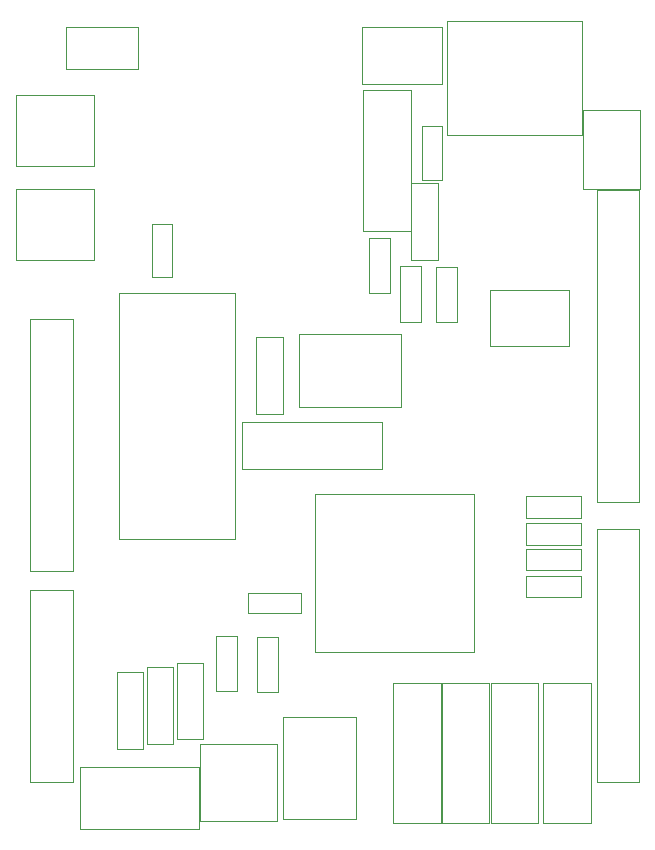
<source format=gbr>
G04 #@! TF.GenerationSoftware,KiCad,Pcbnew,(5.1.5)-3*
G04 #@! TF.CreationDate,2023-05-21T11:01:35-04:00*
G04 #@! TF.ProjectId,In_Board_Gnia,496e5f42-6f61-4726-945f-476e69612e6b,rev?*
G04 #@! TF.SameCoordinates,Original*
G04 #@! TF.FileFunction,Other,User*
%FSLAX46Y46*%
G04 Gerber Fmt 4.6, Leading zero omitted, Abs format (unit mm)*
G04 Created by KiCad (PCBNEW (5.1.5)-3) date 2023-05-21 11:01:35*
%MOMM*%
%LPD*%
G04 APERTURE LIST*
%ADD10C,0.050000*%
G04 APERTURE END LIST*
D10*
X78700000Y-97910000D02*
X78700000Y-119260000D01*
X78700000Y-119260000D02*
X82300000Y-119260000D01*
X82300000Y-119260000D02*
X82300000Y-97910000D01*
X82300000Y-97910000D02*
X78700000Y-97910000D01*
X77571900Y-69072500D02*
X77571900Y-62372500D01*
X77571900Y-69072500D02*
X82341900Y-69072500D01*
X82341900Y-62372500D02*
X77571900Y-62372500D01*
X82341900Y-62372500D02*
X82341900Y-69072500D01*
X58880000Y-55395000D02*
X65580000Y-55395000D01*
X58880000Y-55395000D02*
X58880000Y-60165000D01*
X65580000Y-60165000D02*
X65580000Y-55395000D01*
X65580000Y-60165000D02*
X58880000Y-60165000D01*
X69675000Y-77610000D02*
X76375000Y-77610000D01*
X69675000Y-77610000D02*
X69675000Y-82380000D01*
X76375000Y-82380000D02*
X76375000Y-77610000D01*
X76375000Y-82380000D02*
X69675000Y-82380000D01*
X49185000Y-103260000D02*
X53685000Y-103260000D01*
X49185000Y-103260000D02*
X49185000Y-105010000D01*
X53685000Y-105010000D02*
X53685000Y-103260000D01*
X53685000Y-105010000D02*
X49185000Y-105010000D01*
X42790000Y-72045000D02*
X42790000Y-76545000D01*
X42790000Y-72045000D02*
X41040000Y-72045000D01*
X41040000Y-76545000D02*
X42790000Y-76545000D01*
X41040000Y-76545000D02*
X41040000Y-72045000D01*
X72707000Y-101843000D02*
X77407000Y-101843000D01*
X72707000Y-101843000D02*
X72707000Y-103643000D01*
X77407000Y-103643000D02*
X77407000Y-101843000D01*
X77407000Y-103643000D02*
X72707000Y-103643000D01*
X72707000Y-99557000D02*
X77407000Y-99557000D01*
X72707000Y-99557000D02*
X72707000Y-101357000D01*
X77407000Y-101357000D02*
X77407000Y-99557000D01*
X77407000Y-101357000D02*
X72707000Y-101357000D01*
X72707000Y-97398000D02*
X77407000Y-97398000D01*
X72707000Y-97398000D02*
X72707000Y-99198000D01*
X77407000Y-99198000D02*
X77407000Y-97398000D01*
X77407000Y-99198000D02*
X72707000Y-99198000D01*
X72707000Y-95112000D02*
X77407000Y-95112000D01*
X72707000Y-95112000D02*
X72707000Y-96912000D01*
X77407000Y-96912000D02*
X77407000Y-95112000D01*
X77407000Y-96912000D02*
X72707000Y-96912000D01*
X45106600Y-116104600D02*
X45106600Y-122604600D01*
X45106600Y-122604600D02*
X51606600Y-122604600D01*
X51606600Y-122604600D02*
X51606600Y-116104600D01*
X51606600Y-116104600D02*
X45106600Y-116104600D01*
X65089200Y-80378800D02*
X65089200Y-75678800D01*
X65089200Y-80378800D02*
X66889200Y-80378800D01*
X66889200Y-75678800D02*
X65089200Y-75678800D01*
X66889200Y-75678800D02*
X66889200Y-80378800D01*
X62041200Y-80328000D02*
X62041200Y-75628000D01*
X62041200Y-80328000D02*
X63841200Y-80328000D01*
X63841200Y-75628000D02*
X62041200Y-75628000D01*
X63841200Y-75628000D02*
X63841200Y-80328000D01*
X51725400Y-106997000D02*
X51725400Y-111697000D01*
X51725400Y-106997000D02*
X49925400Y-106997000D01*
X49925400Y-111697000D02*
X51725400Y-111697000D01*
X49925400Y-111697000D02*
X49925400Y-106997000D01*
X48245600Y-106920800D02*
X48245600Y-111620800D01*
X48245600Y-106920800D02*
X46445600Y-106920800D01*
X46445600Y-111620800D02*
X48245600Y-111620800D01*
X46445600Y-111620800D02*
X46445600Y-106920800D01*
X59425000Y-77915000D02*
X59425000Y-73215000D01*
X59425000Y-77915000D02*
X61225000Y-77915000D01*
X61225000Y-73215000D02*
X59425000Y-73215000D01*
X61225000Y-73215000D02*
X61225000Y-77915000D01*
X78700000Y-69140000D02*
X78700000Y-95590000D01*
X78700000Y-95590000D02*
X82300000Y-95590000D01*
X82300000Y-95590000D02*
X82300000Y-69140000D01*
X82300000Y-69140000D02*
X78700000Y-69140000D01*
X30740000Y-80110000D02*
X30740000Y-101460000D01*
X30740000Y-101460000D02*
X34340000Y-101460000D01*
X34340000Y-101460000D02*
X34340000Y-80110000D01*
X34340000Y-80110000D02*
X30740000Y-80110000D01*
X77455000Y-54825000D02*
X77455000Y-64525000D01*
X77455000Y-64525000D02*
X66055000Y-64525000D01*
X66055000Y-64525000D02*
X66055000Y-54825000D01*
X66055000Y-54825000D02*
X77455000Y-54825000D01*
X30740000Y-103000000D02*
X30740000Y-119300000D01*
X30740000Y-119300000D02*
X34340000Y-119300000D01*
X34340000Y-119300000D02*
X34340000Y-103000000D01*
X34340000Y-103000000D02*
X30740000Y-103000000D01*
X29542200Y-67105000D02*
X29542200Y-61105000D01*
X36142200Y-67105000D02*
X29542200Y-67105000D01*
X36142200Y-61105000D02*
X36142200Y-67105000D01*
X29542200Y-61105000D02*
X36142200Y-61105000D01*
X29542200Y-75067900D02*
X29542200Y-69067900D01*
X36142200Y-75067900D02*
X29542200Y-75067900D01*
X36142200Y-69067900D02*
X36142200Y-75067900D01*
X29542200Y-69067900D02*
X36142200Y-69067900D01*
X62125000Y-81385000D02*
X53475000Y-81385000D01*
X53475000Y-81385000D02*
X53475000Y-87535000D01*
X53475000Y-87535000D02*
X62125000Y-87535000D01*
X62125000Y-87535000D02*
X62125000Y-81385000D01*
X52175000Y-113770000D02*
X52175000Y-122420000D01*
X52175000Y-122420000D02*
X58325000Y-122420000D01*
X58325000Y-122420000D02*
X58325000Y-113770000D01*
X58325000Y-113770000D02*
X52175000Y-113770000D01*
X33760000Y-58950000D02*
X39910000Y-58950000D01*
X39910000Y-58950000D02*
X39910000Y-55350000D01*
X39910000Y-55350000D02*
X33760000Y-55350000D01*
X33760000Y-55350000D02*
X33760000Y-58950000D01*
X38107600Y-116462880D02*
X38107600Y-109962880D01*
X38107600Y-116462880D02*
X40317600Y-116462880D01*
X40317600Y-109962880D02*
X38107600Y-109962880D01*
X40317600Y-109962880D02*
X40317600Y-116462880D01*
X40642520Y-116071720D02*
X40642520Y-109571720D01*
X40642520Y-116071720D02*
X42852520Y-116071720D01*
X42852520Y-109571720D02*
X40642520Y-109571720D01*
X42852520Y-109571720D02*
X42852520Y-116071720D01*
X43146960Y-115690720D02*
X43146960Y-109190720D01*
X43146960Y-115690720D02*
X45356960Y-115690720D01*
X45356960Y-109190720D02*
X43146960Y-109190720D01*
X45356960Y-109190720D02*
X45356960Y-115690720D01*
X49905900Y-88156100D02*
X49905900Y-81656100D01*
X49905900Y-88156100D02*
X52115900Y-88156100D01*
X52115900Y-81656100D02*
X49905900Y-81656100D01*
X52115900Y-81656100D02*
X52115900Y-88156100D01*
X65245000Y-68600000D02*
X65245000Y-75100000D01*
X65245000Y-68600000D02*
X63035000Y-68600000D01*
X63035000Y-75100000D02*
X65245000Y-75100000D01*
X63035000Y-75100000D02*
X63035000Y-68600000D01*
X45025000Y-123310000D02*
X45025000Y-117980000D01*
X45025000Y-117980000D02*
X34985000Y-117980000D01*
X34985000Y-117980000D02*
X34985000Y-123310000D01*
X34985000Y-123310000D02*
X45025000Y-123310000D01*
X61500000Y-110890000D02*
X61500000Y-122790000D01*
X65500000Y-122790000D02*
X61500000Y-122790000D01*
X65500000Y-110890000D02*
X61500000Y-110890000D01*
X65500000Y-110890000D02*
X65500000Y-122790000D01*
X65614800Y-110890000D02*
X65614800Y-122790000D01*
X69614800Y-122790000D02*
X65614800Y-122790000D01*
X69614800Y-110890000D02*
X65614800Y-110890000D01*
X69614800Y-110890000D02*
X69614800Y-122790000D01*
X69755000Y-110890000D02*
X69755000Y-122790000D01*
X73755000Y-122790000D02*
X69755000Y-122790000D01*
X73755000Y-110890000D02*
X69755000Y-110890000D01*
X73755000Y-110890000D02*
X73755000Y-122790000D01*
X74200000Y-110890000D02*
X74200000Y-122790000D01*
X78200000Y-122790000D02*
X74200000Y-122790000D01*
X78200000Y-110890000D02*
X74200000Y-110890000D01*
X78200000Y-110890000D02*
X78200000Y-122790000D01*
X60560000Y-88805000D02*
X48660000Y-88805000D01*
X48660000Y-92805000D02*
X48660000Y-88805000D01*
X60560000Y-92805000D02*
X60560000Y-88805000D01*
X60560000Y-92805000D02*
X48660000Y-92805000D01*
X58960000Y-60725000D02*
X58960000Y-72625000D01*
X62960000Y-72625000D02*
X58960000Y-72625000D01*
X62960000Y-60725000D02*
X58960000Y-60725000D01*
X62960000Y-60725000D02*
X62960000Y-72625000D01*
X48090000Y-98705000D02*
X48090000Y-77855000D01*
X48090000Y-77855000D02*
X38290000Y-77855000D01*
X38290000Y-77855000D02*
X38290000Y-98705000D01*
X38290000Y-98705000D02*
X48090000Y-98705000D01*
X54895000Y-94900000D02*
X54895000Y-108300000D01*
X68295000Y-94900000D02*
X68295000Y-108300000D01*
X54895000Y-94900000D02*
X68295000Y-94900000D01*
X54895000Y-108300000D02*
X68295000Y-108300000D01*
X65650000Y-63790000D02*
X65650000Y-68290000D01*
X65650000Y-63790000D02*
X63900000Y-63790000D01*
X63900000Y-68290000D02*
X65650000Y-68290000D01*
X63900000Y-68290000D02*
X63900000Y-63790000D01*
M02*

</source>
